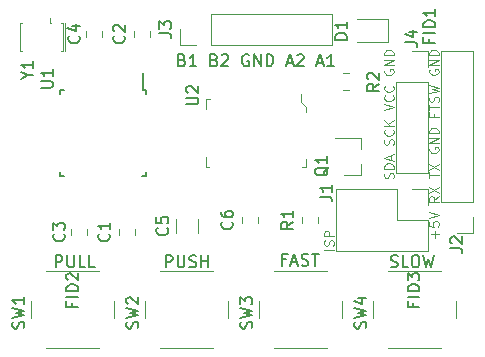
<source format=gto>
G04 #@! TF.GenerationSoftware,KiCad,Pcbnew,5.0.2-bee76a0~70~ubuntu16.04.1*
G04 #@! TF.CreationDate,2019-07-11T08:17:53+02:00*
G04 #@! TF.ProjectId,paste_dispenser,70617374-655f-4646-9973-70656e736572,rev?*
G04 #@! TF.SameCoordinates,PX3dfd240PY3dfd240*
G04 #@! TF.FileFunction,Legend,Top*
G04 #@! TF.FilePolarity,Positive*
%FSLAX46Y46*%
G04 Gerber Fmt 4.6, Leading zero omitted, Abs format (unit mm)*
G04 Created by KiCad (PCBNEW 5.0.2-bee76a0~70~ubuntu16.04.1) date Thu 11 Jul 2019 08:17:53 AM CEST*
%MOMM*%
%LPD*%
G01*
G04 APERTURE LIST*
%ADD10C,0.100000*%
%ADD11C,0.150000*%
%ADD12C,0.120000*%
%ADD13R,0.502000X3.302000*%
%ADD14R,1.802000X1.802000*%
%ADD15O,1.802000X1.802000*%
%ADD16C,1.077000*%
%ADD17C,2.540000*%
%ADD18R,1.002000X0.902000*%
%ADD19C,1.352000*%
%ADD20R,0.502000X1.102000*%
%ADD21C,2.102000*%
%ADD22R,0.652000X1.702000*%
%ADD23R,1.702000X0.652000*%
G04 APERTURE END LIST*
D10*
X27436904Y9375477D02*
X26636904Y9375477D01*
X27398809Y9718334D02*
X27436904Y9832620D01*
X27436904Y10023096D01*
X27398809Y10099286D01*
X27360714Y10137381D01*
X27284523Y10175477D01*
X27208333Y10175477D01*
X27132142Y10137381D01*
X27094047Y10099286D01*
X27055952Y10023096D01*
X27017857Y9870715D01*
X26979761Y9794524D01*
X26941666Y9756429D01*
X26865476Y9718334D01*
X26789285Y9718334D01*
X26713095Y9756429D01*
X26675000Y9794524D01*
X26636904Y9870715D01*
X26636904Y10061191D01*
X26675000Y10175477D01*
X27436904Y10518334D02*
X26636904Y10518334D01*
X26636904Y10823096D01*
X26675000Y10899286D01*
X26713095Y10937381D01*
X26789285Y10975477D01*
X26903571Y10975477D01*
X26979761Y10937381D01*
X27017857Y10899286D01*
X27055952Y10823096D01*
X27055952Y10518334D01*
X36022142Y10391477D02*
X36022142Y11001000D01*
X36326904Y10696239D02*
X35717380Y10696239D01*
X35526904Y11762905D02*
X35526904Y11381953D01*
X35907857Y11343858D01*
X35869761Y11381953D01*
X35831666Y11458143D01*
X35831666Y11648620D01*
X35869761Y11724810D01*
X35907857Y11762905D01*
X35984047Y11801000D01*
X36174523Y11801000D01*
X36250714Y11762905D01*
X36288809Y11724810D01*
X36326904Y11648620D01*
X36326904Y11458143D01*
X36288809Y11381953D01*
X36250714Y11343858D01*
X35526904Y12029572D02*
X36326904Y12296239D01*
X35526904Y12562905D01*
X36326904Y13896239D02*
X35945952Y13629572D01*
X36326904Y13439096D02*
X35526904Y13439096D01*
X35526904Y13743858D01*
X35565000Y13820048D01*
X35603095Y13858143D01*
X35679285Y13896239D01*
X35793571Y13896239D01*
X35869761Y13858143D01*
X35907857Y13820048D01*
X35945952Y13743858D01*
X35945952Y13439096D01*
X35526904Y14162905D02*
X36326904Y14696239D01*
X35526904Y14696239D02*
X36326904Y14162905D01*
X35526904Y15496239D02*
X35526904Y15953381D01*
X36326904Y15724810D02*
X35526904Y15724810D01*
X35526904Y16143858D02*
X36326904Y16677191D01*
X35526904Y16677191D02*
X36326904Y16143858D01*
X35565000Y18010524D02*
X35526904Y17934334D01*
X35526904Y17820048D01*
X35565000Y17705762D01*
X35641190Y17629572D01*
X35717380Y17591477D01*
X35869761Y17553381D01*
X35984047Y17553381D01*
X36136428Y17591477D01*
X36212619Y17629572D01*
X36288809Y17705762D01*
X36326904Y17820048D01*
X36326904Y17896239D01*
X36288809Y18010524D01*
X36250714Y18048620D01*
X35984047Y18048620D01*
X35984047Y17896239D01*
X36326904Y18391477D02*
X35526904Y18391477D01*
X36326904Y18848620D01*
X35526904Y18848620D01*
X36326904Y19229572D02*
X35526904Y19229572D01*
X35526904Y19420048D01*
X35565000Y19534334D01*
X35641190Y19610524D01*
X35717380Y19648620D01*
X35869761Y19686715D01*
X35984047Y19686715D01*
X36136428Y19648620D01*
X36212619Y19610524D01*
X36288809Y19534334D01*
X36326904Y19420048D01*
X36326904Y19229572D01*
X35907857Y20905762D02*
X35907857Y20639096D01*
X36326904Y20639096D02*
X35526904Y20639096D01*
X35526904Y21020048D01*
X35526904Y21210524D02*
X35526904Y21667667D01*
X36326904Y21439096D02*
X35526904Y21439096D01*
X36288809Y21896239D02*
X36326904Y22010524D01*
X36326904Y22201000D01*
X36288809Y22277191D01*
X36250714Y22315286D01*
X36174523Y22353381D01*
X36098333Y22353381D01*
X36022142Y22315286D01*
X35984047Y22277191D01*
X35945952Y22201000D01*
X35907857Y22048620D01*
X35869761Y21972429D01*
X35831666Y21934334D01*
X35755476Y21896239D01*
X35679285Y21896239D01*
X35603095Y21934334D01*
X35565000Y21972429D01*
X35526904Y22048620D01*
X35526904Y22239096D01*
X35565000Y22353381D01*
X35526904Y22620048D02*
X36326904Y22810524D01*
X35755476Y22962905D01*
X36326904Y23115286D01*
X35526904Y23305762D01*
X35565000Y24639096D02*
X35526904Y24562905D01*
X35526904Y24448620D01*
X35565000Y24334334D01*
X35641190Y24258143D01*
X35717380Y24220048D01*
X35869761Y24181953D01*
X35984047Y24181953D01*
X36136428Y24220048D01*
X36212619Y24258143D01*
X36288809Y24334334D01*
X36326904Y24448620D01*
X36326904Y24524810D01*
X36288809Y24639096D01*
X36250714Y24677191D01*
X35984047Y24677191D01*
X35984047Y24524810D01*
X36326904Y25020048D02*
X35526904Y25020048D01*
X36326904Y25477191D01*
X35526904Y25477191D01*
X36326904Y25858143D02*
X35526904Y25858143D01*
X35526904Y26048620D01*
X35565000Y26162905D01*
X35641190Y26239096D01*
X35717380Y26277191D01*
X35869761Y26315286D01*
X35984047Y26315286D01*
X36136428Y26277191D01*
X36212619Y26239096D01*
X36288809Y26162905D01*
X36326904Y26048620D01*
X36326904Y25858143D01*
D11*
X14613904Y25447429D02*
X14756761Y25399810D01*
X14804380Y25352191D01*
X14852000Y25256953D01*
X14852000Y25114096D01*
X14804380Y25018858D01*
X14756761Y24971239D01*
X14661523Y24923620D01*
X14280571Y24923620D01*
X14280571Y25923620D01*
X14613904Y25923620D01*
X14709142Y25876000D01*
X14756761Y25828381D01*
X14804380Y25733143D01*
X14804380Y25637905D01*
X14756761Y25542667D01*
X14709142Y25495048D01*
X14613904Y25447429D01*
X14280571Y25447429D01*
X15804380Y24923620D02*
X15232952Y24923620D01*
X15518666Y24923620D02*
X15518666Y25923620D01*
X15423428Y25780762D01*
X15328190Y25685524D01*
X15232952Y25637905D01*
X17328190Y25447429D02*
X17471047Y25399810D01*
X17518666Y25352191D01*
X17566285Y25256953D01*
X17566285Y25114096D01*
X17518666Y25018858D01*
X17471047Y24971239D01*
X17375809Y24923620D01*
X16994857Y24923620D01*
X16994857Y25923620D01*
X17328190Y25923620D01*
X17423428Y25876000D01*
X17471047Y25828381D01*
X17518666Y25733143D01*
X17518666Y25637905D01*
X17471047Y25542667D01*
X17423428Y25495048D01*
X17328190Y25447429D01*
X16994857Y25447429D01*
X17947238Y25828381D02*
X17994857Y25876000D01*
X18090095Y25923620D01*
X18328190Y25923620D01*
X18423428Y25876000D01*
X18471047Y25828381D01*
X18518666Y25733143D01*
X18518666Y25637905D01*
X18471047Y25495048D01*
X17899619Y24923620D01*
X18518666Y24923620D01*
X20232952Y25876000D02*
X20137714Y25923620D01*
X19994857Y25923620D01*
X19852000Y25876000D01*
X19756761Y25780762D01*
X19709142Y25685524D01*
X19661523Y25495048D01*
X19661523Y25352191D01*
X19709142Y25161715D01*
X19756761Y25066477D01*
X19852000Y24971239D01*
X19994857Y24923620D01*
X20090095Y24923620D01*
X20232952Y24971239D01*
X20280571Y25018858D01*
X20280571Y25352191D01*
X20090095Y25352191D01*
X20709142Y24923620D02*
X20709142Y25923620D01*
X21280571Y24923620D01*
X21280571Y25923620D01*
X21756761Y24923620D02*
X21756761Y25923620D01*
X21994857Y25923620D01*
X22137714Y25876000D01*
X22232952Y25780762D01*
X22280571Y25685524D01*
X22328190Y25495048D01*
X22328190Y25352191D01*
X22280571Y25161715D01*
X22232952Y25066477D01*
X22137714Y24971239D01*
X21994857Y24923620D01*
X21756761Y24923620D01*
X23471047Y25209334D02*
X23947238Y25209334D01*
X23375809Y24923620D02*
X23709142Y25923620D01*
X24042476Y24923620D01*
X24328190Y25828381D02*
X24375809Y25876000D01*
X24471047Y25923620D01*
X24709142Y25923620D01*
X24804380Y25876000D01*
X24852000Y25828381D01*
X24899619Y25733143D01*
X24899619Y25637905D01*
X24852000Y25495048D01*
X24280571Y24923620D01*
X24899619Y24923620D01*
X26042476Y25209334D02*
X26518666Y25209334D01*
X25947238Y24923620D02*
X26280571Y25923620D01*
X26613904Y24923620D01*
X27471047Y24923620D02*
X26899619Y24923620D01*
X27185333Y24923620D02*
X27185333Y25923620D01*
X27090095Y25780762D01*
X26994857Y25685524D01*
X26899619Y25637905D01*
D10*
X32478809Y15433381D02*
X32516904Y15547667D01*
X32516904Y15738143D01*
X32478809Y15814334D01*
X32440714Y15852429D01*
X32364523Y15890524D01*
X32288333Y15890524D01*
X32212142Y15852429D01*
X32174047Y15814334D01*
X32135952Y15738143D01*
X32097857Y15585762D01*
X32059761Y15509572D01*
X32021666Y15471477D01*
X31945476Y15433381D01*
X31869285Y15433381D01*
X31793095Y15471477D01*
X31755000Y15509572D01*
X31716904Y15585762D01*
X31716904Y15776239D01*
X31755000Y15890524D01*
X32516904Y16233381D02*
X31716904Y16233381D01*
X31716904Y16423858D01*
X31755000Y16538143D01*
X31831190Y16614334D01*
X31907380Y16652429D01*
X32059761Y16690524D01*
X32174047Y16690524D01*
X32326428Y16652429D01*
X32402619Y16614334D01*
X32478809Y16538143D01*
X32516904Y16423858D01*
X32516904Y16233381D01*
X32288333Y16995286D02*
X32288333Y17376239D01*
X32516904Y16919096D02*
X31716904Y17185762D01*
X32516904Y17452429D01*
X32478809Y18290524D02*
X32516904Y18404810D01*
X32516904Y18595286D01*
X32478809Y18671477D01*
X32440714Y18709572D01*
X32364523Y18747667D01*
X32288333Y18747667D01*
X32212142Y18709572D01*
X32174047Y18671477D01*
X32135952Y18595286D01*
X32097857Y18442905D01*
X32059761Y18366715D01*
X32021666Y18328620D01*
X31945476Y18290524D01*
X31869285Y18290524D01*
X31793095Y18328620D01*
X31755000Y18366715D01*
X31716904Y18442905D01*
X31716904Y18633381D01*
X31755000Y18747667D01*
X32440714Y19547667D02*
X32478809Y19509572D01*
X32516904Y19395286D01*
X32516904Y19319096D01*
X32478809Y19204810D01*
X32402619Y19128620D01*
X32326428Y19090524D01*
X32174047Y19052429D01*
X32059761Y19052429D01*
X31907380Y19090524D01*
X31831190Y19128620D01*
X31755000Y19204810D01*
X31716904Y19319096D01*
X31716904Y19395286D01*
X31755000Y19509572D01*
X31793095Y19547667D01*
X32516904Y19890524D02*
X31716904Y19890524D01*
X32516904Y20347667D02*
X32059761Y20004810D01*
X31716904Y20347667D02*
X32174047Y19890524D01*
X31716904Y21185762D02*
X32516904Y21452429D01*
X31716904Y21719096D01*
X32440714Y22442905D02*
X32478809Y22404810D01*
X32516904Y22290524D01*
X32516904Y22214334D01*
X32478809Y22100048D01*
X32402619Y22023858D01*
X32326428Y21985762D01*
X32174047Y21947667D01*
X32059761Y21947667D01*
X31907380Y21985762D01*
X31831190Y22023858D01*
X31755000Y22100048D01*
X31716904Y22214334D01*
X31716904Y22290524D01*
X31755000Y22404810D01*
X31793095Y22442905D01*
X32440714Y23242905D02*
X32478809Y23204810D01*
X32516904Y23090524D01*
X32516904Y23014334D01*
X32478809Y22900048D01*
X32402619Y22823858D01*
X32326428Y22785762D01*
X32174047Y22747667D01*
X32059761Y22747667D01*
X31907380Y22785762D01*
X31831190Y22823858D01*
X31755000Y22900048D01*
X31716904Y23014334D01*
X31716904Y23090524D01*
X31755000Y23204810D01*
X31793095Y23242905D01*
X31755000Y24614334D02*
X31716904Y24538143D01*
X31716904Y24423858D01*
X31755000Y24309572D01*
X31831190Y24233381D01*
X31907380Y24195286D01*
X32059761Y24157191D01*
X32174047Y24157191D01*
X32326428Y24195286D01*
X32402619Y24233381D01*
X32478809Y24309572D01*
X32516904Y24423858D01*
X32516904Y24500048D01*
X32478809Y24614334D01*
X32440714Y24652429D01*
X32174047Y24652429D01*
X32174047Y24500048D01*
X32516904Y24995286D02*
X31716904Y24995286D01*
X32516904Y25452429D01*
X31716904Y25452429D01*
X32516904Y25833381D02*
X31716904Y25833381D01*
X31716904Y26023858D01*
X31755000Y26138143D01*
X31831190Y26214334D01*
X31907380Y26252429D01*
X32059761Y26290524D01*
X32174047Y26290524D01*
X32326428Y26252429D01*
X32402619Y26214334D01*
X32478809Y26138143D01*
X32516904Y26023858D01*
X32516904Y25833381D01*
D11*
X23392142Y8556429D02*
X23058809Y8556429D01*
X23058809Y8032620D02*
X23058809Y9032620D01*
X23535000Y9032620D01*
X23868333Y8318334D02*
X24344523Y8318334D01*
X23773095Y8032620D02*
X24106428Y9032620D01*
X24439761Y8032620D01*
X24725476Y8080239D02*
X24868333Y8032620D01*
X25106428Y8032620D01*
X25201666Y8080239D01*
X25249285Y8127858D01*
X25296904Y8223096D01*
X25296904Y8318334D01*
X25249285Y8413572D01*
X25201666Y8461191D01*
X25106428Y8508810D01*
X24915952Y8556429D01*
X24820714Y8604048D01*
X24773095Y8651667D01*
X24725476Y8746905D01*
X24725476Y8842143D01*
X24773095Y8937381D01*
X24820714Y8985000D01*
X24915952Y9032620D01*
X25154047Y9032620D01*
X25296904Y8985000D01*
X25582619Y9032620D02*
X26154047Y9032620D01*
X25868333Y8032620D02*
X25868333Y9032620D01*
X32274285Y7953239D02*
X32417142Y7905620D01*
X32655238Y7905620D01*
X32750476Y7953239D01*
X32798095Y8000858D01*
X32845714Y8096096D01*
X32845714Y8191334D01*
X32798095Y8286572D01*
X32750476Y8334191D01*
X32655238Y8381810D01*
X32464761Y8429429D01*
X32369523Y8477048D01*
X32321904Y8524667D01*
X32274285Y8619905D01*
X32274285Y8715143D01*
X32321904Y8810381D01*
X32369523Y8858000D01*
X32464761Y8905620D01*
X32702857Y8905620D01*
X32845714Y8858000D01*
X33750476Y7905620D02*
X33274285Y7905620D01*
X33274285Y8905620D01*
X34274285Y8905620D02*
X34464761Y8905620D01*
X34560000Y8858000D01*
X34655238Y8762762D01*
X34702857Y8572286D01*
X34702857Y8238953D01*
X34655238Y8048477D01*
X34560000Y7953239D01*
X34464761Y7905620D01*
X34274285Y7905620D01*
X34179047Y7953239D01*
X34083809Y8048477D01*
X34036190Y8238953D01*
X34036190Y8572286D01*
X34083809Y8762762D01*
X34179047Y8858000D01*
X34274285Y8905620D01*
X35036190Y8905620D02*
X35274285Y7905620D01*
X35464761Y8619905D01*
X35655238Y7905620D01*
X35893333Y8905620D01*
X13224285Y7905620D02*
X13224285Y8905620D01*
X13605238Y8905620D01*
X13700476Y8858000D01*
X13748095Y8810381D01*
X13795714Y8715143D01*
X13795714Y8572286D01*
X13748095Y8477048D01*
X13700476Y8429429D01*
X13605238Y8381810D01*
X13224285Y8381810D01*
X14224285Y8905620D02*
X14224285Y8096096D01*
X14271904Y8000858D01*
X14319523Y7953239D01*
X14414761Y7905620D01*
X14605238Y7905620D01*
X14700476Y7953239D01*
X14748095Y8000858D01*
X14795714Y8096096D01*
X14795714Y8905620D01*
X15224285Y7953239D02*
X15367142Y7905620D01*
X15605238Y7905620D01*
X15700476Y7953239D01*
X15748095Y8000858D01*
X15795714Y8096096D01*
X15795714Y8191334D01*
X15748095Y8286572D01*
X15700476Y8334191D01*
X15605238Y8381810D01*
X15414761Y8429429D01*
X15319523Y8477048D01*
X15271904Y8524667D01*
X15224285Y8619905D01*
X15224285Y8715143D01*
X15271904Y8810381D01*
X15319523Y8858000D01*
X15414761Y8905620D01*
X15652857Y8905620D01*
X15795714Y8858000D01*
X16224285Y7905620D02*
X16224285Y8905620D01*
X16224285Y8429429D02*
X16795714Y8429429D01*
X16795714Y7905620D02*
X16795714Y8905620D01*
X3889761Y7905620D02*
X3889761Y8905620D01*
X4270714Y8905620D01*
X4365952Y8858000D01*
X4413571Y8810381D01*
X4461190Y8715143D01*
X4461190Y8572286D01*
X4413571Y8477048D01*
X4365952Y8429429D01*
X4270714Y8381810D01*
X3889761Y8381810D01*
X4889761Y8905620D02*
X4889761Y8096096D01*
X4937380Y8000858D01*
X4985000Y7953239D01*
X5080238Y7905620D01*
X5270714Y7905620D01*
X5365952Y7953239D01*
X5413571Y8000858D01*
X5461190Y8096096D01*
X5461190Y8905620D01*
X6413571Y7905620D02*
X5937380Y7905620D01*
X5937380Y8905620D01*
X7223095Y7905620D02*
X6746904Y7905620D01*
X6746904Y8905620D01*
D12*
G04 #@! TO.C,Y1*
X891000Y26208000D02*
X891000Y28208000D01*
X4491000Y28208000D02*
X4491000Y26208000D01*
X3441000Y28608000D02*
X3441000Y29008000D01*
X4691000Y26208000D02*
X4691000Y28208000D01*
X891000Y28208000D02*
X891000Y28608000D01*
X4491000Y28208000D02*
X4491000Y28608000D01*
X4691000Y28208000D02*
X4691000Y28608000D01*
X4491000Y26208000D02*
X4341000Y26208000D01*
X4491000Y28608000D02*
X4341000Y28608000D01*
X3441000Y28608000D02*
X3491000Y28608000D01*
X891000Y28608000D02*
X1041000Y28608000D01*
X891000Y26208000D02*
X1041000Y26208000D01*
G04 #@! TO.C,J2*
X39200000Y26198000D02*
X36540000Y26198000D01*
X39200000Y13438000D02*
X39200000Y26198000D01*
X36540000Y13438000D02*
X36540000Y26198000D01*
X39200000Y13438000D02*
X36540000Y13438000D01*
X39200000Y12168000D02*
X39200000Y10838000D01*
X39200000Y10838000D02*
X37870000Y10838000D01*
G04 #@! TO.C,C4*
X6426000Y27403422D02*
X6426000Y27920578D01*
X7846000Y27403422D02*
X7846000Y27920578D01*
G04 #@! TO.C,Q1*
X29740000Y15668000D02*
X29740000Y16598000D01*
X29740000Y18828000D02*
X29740000Y17898000D01*
X29740000Y18828000D02*
X27580000Y18828000D01*
X29740000Y15668000D02*
X28280000Y15668000D01*
G04 #@! TO.C,C5*
X15920000Y12008064D02*
X15920000Y10803936D01*
X14100000Y12008064D02*
X14100000Y10803936D01*
D10*
G04 #@! TO.C,U2*
X16902000Y16380000D02*
X16602000Y16380000D01*
X16602000Y16380000D02*
X16602000Y17230000D01*
X16952000Y22180000D02*
X16602000Y22180000D01*
X16602000Y22180000D02*
X16602000Y21330000D01*
X24752000Y16380000D02*
X25102000Y16380000D01*
X25102000Y16380000D02*
X25102000Y17080000D01*
X24652000Y22530000D02*
X24652000Y21980000D01*
X24652000Y21980000D02*
X24652000Y21930000D01*
X24652000Y21930000D02*
X25102000Y21480000D01*
X25102000Y21480000D02*
X25102000Y21080000D01*
D12*
G04 #@! TO.C,C6*
X21054000Y12172578D02*
X21054000Y11655422D01*
X19634000Y12172578D02*
X19634000Y11655422D01*
G04 #@! TO.C,J3*
X27262000Y26713000D02*
X27262000Y29373000D01*
X17042000Y26713000D02*
X27262000Y26713000D01*
X17042000Y29373000D02*
X27262000Y29373000D01*
X17042000Y26713000D02*
X17042000Y29373000D01*
X15772000Y26713000D02*
X14442000Y26713000D01*
X14442000Y26713000D02*
X14442000Y28043000D01*
G04 #@! TO.C,J1*
X27650000Y14514000D02*
X27650000Y9314000D01*
X32790000Y14514000D02*
X27650000Y14514000D01*
X35390000Y9314000D02*
X27650000Y9314000D01*
X32790000Y14514000D02*
X32790000Y11914000D01*
X32790000Y11914000D02*
X35390000Y11914000D01*
X35390000Y11914000D02*
X35390000Y9314000D01*
X34060000Y14514000D02*
X35390000Y14514000D01*
X35390000Y14514000D02*
X35390000Y13184000D01*
G04 #@! TO.C,J4*
X32730000Y23598000D02*
X35390000Y23598000D01*
X32730000Y23598000D02*
X32730000Y15918000D01*
X32730000Y15918000D02*
X35390000Y15918000D01*
X35390000Y23598000D02*
X35390000Y15918000D01*
X35390000Y26198000D02*
X35390000Y24868000D01*
X34060000Y26198000D02*
X35390000Y26198000D01*
G04 #@! TO.C,SW4*
X37762000Y3580000D02*
X37762000Y5080000D01*
X36512000Y7580000D02*
X32012000Y7580000D01*
X30762000Y5080000D02*
X30762000Y3580000D01*
X32012000Y1080000D02*
X36512000Y1080000D01*
G04 #@! TO.C,SW3*
X22360000Y1080000D02*
X26860000Y1080000D01*
X21110000Y5080000D02*
X21110000Y3580000D01*
X26860000Y7580000D02*
X22360000Y7580000D01*
X28110000Y3580000D02*
X28110000Y5080000D01*
G04 #@! TO.C,C3*
X6576000Y11156578D02*
X6576000Y10639422D01*
X5156000Y11156578D02*
X5156000Y10639422D01*
D11*
G04 #@! TO.C,U1*
X11523000Y22905000D02*
X11298000Y22905000D01*
X11523000Y15655000D02*
X11198000Y15655000D01*
X4273000Y15655000D02*
X4598000Y15655000D01*
X4273000Y22905000D02*
X4598000Y22905000D01*
X11523000Y22905000D02*
X11523000Y22580000D01*
X4273000Y22905000D02*
X4273000Y22580000D01*
X4273000Y15655000D02*
X4273000Y15980000D01*
X11523000Y15655000D02*
X11523000Y15980000D01*
X11298000Y22905000D02*
X11298000Y24330000D01*
D12*
G04 #@! TO.C,D1*
X29377000Y26956000D02*
X32062000Y26956000D01*
X32062000Y26956000D02*
X32062000Y28876000D01*
X32062000Y28876000D02*
X29377000Y28876000D01*
G04 #@! TO.C,C1*
X10640000Y11156578D02*
X10640000Y10639422D01*
X9220000Y11156578D02*
X9220000Y10639422D01*
G04 #@! TO.C,C2*
X10490000Y27920578D02*
X10490000Y27403422D01*
X11910000Y27920578D02*
X11910000Y27403422D01*
G04 #@! TO.C,R1*
X24714000Y12172578D02*
X24714000Y11655422D01*
X26134000Y12172578D02*
X26134000Y11655422D01*
G04 #@! TO.C,R2*
X28213422Y24308000D02*
X28730578Y24308000D01*
X28213422Y22888000D02*
X28730578Y22888000D01*
G04 #@! TO.C,SW1*
X8806000Y3580000D02*
X8806000Y5080000D01*
X7556000Y7580000D02*
X3056000Y7580000D01*
X1806000Y5080000D02*
X1806000Y3580000D01*
X3056000Y1080000D02*
X7556000Y1080000D01*
G04 #@! TO.C,SW2*
X12708000Y1080000D02*
X17208000Y1080000D01*
X11458000Y5080000D02*
X11458000Y3580000D01*
X17208000Y7580000D02*
X12708000Y7580000D01*
X18458000Y3580000D02*
X18458000Y5080000D01*
G04 #@! TO.C,Y1*
D11*
X1524190Y24137810D02*
X2000380Y24137810D01*
X1000380Y23804477D02*
X1524190Y24137810D01*
X1000380Y24471143D01*
X2000380Y25328286D02*
X2000380Y24756858D01*
X2000380Y25042572D02*
X1000380Y25042572D01*
X1143238Y24947334D01*
X1238476Y24852096D01*
X1286095Y24756858D01*
G04 #@! TO.C,J2*
X37322380Y9504667D02*
X38036666Y9504667D01*
X38179523Y9457048D01*
X38274761Y9361810D01*
X38322380Y9218953D01*
X38322380Y9123715D01*
X37417619Y9933239D02*
X37370000Y9980858D01*
X37322380Y10076096D01*
X37322380Y10314191D01*
X37370000Y10409429D01*
X37417619Y10457048D01*
X37512857Y10504667D01*
X37608095Y10504667D01*
X37750952Y10457048D01*
X38322380Y9885620D01*
X38322380Y10504667D01*
G04 #@! TO.C,C4*
X5843142Y27495334D02*
X5890761Y27447715D01*
X5938380Y27304858D01*
X5938380Y27209620D01*
X5890761Y27066762D01*
X5795523Y26971524D01*
X5700285Y26923905D01*
X5509809Y26876286D01*
X5366952Y26876286D01*
X5176476Y26923905D01*
X5081238Y26971524D01*
X4986000Y27066762D01*
X4938380Y27209620D01*
X4938380Y27304858D01*
X4986000Y27447715D01*
X5033619Y27495334D01*
X5271714Y28352477D02*
X5938380Y28352477D01*
X4890761Y28114381D02*
X5605047Y27876286D01*
X5605047Y28495334D01*
G04 #@! TO.C,FID3*
X34179071Y4873572D02*
X34179071Y4540239D01*
X34702880Y4540239D02*
X33702880Y4540239D01*
X33702880Y5016429D01*
X34702880Y5397381D02*
X33702880Y5397381D01*
X34702880Y5873572D02*
X33702880Y5873572D01*
X33702880Y6111667D01*
X33750500Y6254524D01*
X33845738Y6349762D01*
X33940976Y6397381D01*
X34131452Y6445000D01*
X34274309Y6445000D01*
X34464785Y6397381D01*
X34560023Y6349762D01*
X34655261Y6254524D01*
X34702880Y6111667D01*
X34702880Y5873572D01*
X33702880Y6778334D02*
X33702880Y7397381D01*
X34083833Y7064048D01*
X34083833Y7206905D01*
X34131452Y7302143D01*
X34179071Y7349762D01*
X34274309Y7397381D01*
X34512404Y7397381D01*
X34607642Y7349762D01*
X34655261Y7302143D01*
X34702880Y7206905D01*
X34702880Y6921191D01*
X34655261Y6825953D01*
X34607642Y6778334D01*
G04 #@! TO.C,FID2*
X5286571Y4873572D02*
X5286571Y4540239D01*
X5810380Y4540239D02*
X4810380Y4540239D01*
X4810380Y5016429D01*
X5810380Y5397381D02*
X4810380Y5397381D01*
X5810380Y5873572D02*
X4810380Y5873572D01*
X4810380Y6111667D01*
X4858000Y6254524D01*
X4953238Y6349762D01*
X5048476Y6397381D01*
X5238952Y6445000D01*
X5381809Y6445000D01*
X5572285Y6397381D01*
X5667523Y6349762D01*
X5762761Y6254524D01*
X5810380Y6111667D01*
X5810380Y5873572D01*
X4905619Y6825953D02*
X4858000Y6873572D01*
X4810380Y6968810D01*
X4810380Y7206905D01*
X4858000Y7302143D01*
X4905619Y7349762D01*
X5000857Y7397381D01*
X5096095Y7397381D01*
X5238952Y7349762D01*
X5810380Y6778334D01*
X5810380Y7397381D01*
G04 #@! TO.C,FID1*
X35512571Y27225572D02*
X35512571Y26892239D01*
X36036380Y26892239D02*
X35036380Y26892239D01*
X35036380Y27368429D01*
X36036380Y27749381D02*
X35036380Y27749381D01*
X36036380Y28225572D02*
X35036380Y28225572D01*
X35036380Y28463667D01*
X35084000Y28606524D01*
X35179238Y28701762D01*
X35274476Y28749381D01*
X35464952Y28797000D01*
X35607809Y28797000D01*
X35798285Y28749381D01*
X35893523Y28701762D01*
X35988761Y28606524D01*
X36036380Y28463667D01*
X36036380Y28225572D01*
X36036380Y29749381D02*
X36036380Y29177953D01*
X36036380Y29463667D02*
X35036380Y29463667D01*
X35179238Y29368429D01*
X35274476Y29273191D01*
X35322095Y29177953D01*
G04 #@! TO.C,Q1*
X26987619Y16390762D02*
X26940000Y16295524D01*
X26844761Y16200286D01*
X26701904Y16057429D01*
X26654285Y15962191D01*
X26654285Y15866953D01*
X26892380Y15914572D02*
X26844761Y15819334D01*
X26749523Y15724096D01*
X26559047Y15676477D01*
X26225714Y15676477D01*
X26035238Y15724096D01*
X25940000Y15819334D01*
X25892380Y15914572D01*
X25892380Y16105048D01*
X25940000Y16200286D01*
X26035238Y16295524D01*
X26225714Y16343143D01*
X26559047Y16343143D01*
X26749523Y16295524D01*
X26844761Y16200286D01*
X26892380Y16105048D01*
X26892380Y15914572D01*
X26892380Y17295524D02*
X26892380Y16724096D01*
X26892380Y17009810D02*
X25892380Y17009810D01*
X26035238Y16914572D01*
X26130476Y16819334D01*
X26178095Y16724096D01*
G04 #@! TO.C,C5*
X13335142Y11239334D02*
X13382761Y11191715D01*
X13430380Y11048858D01*
X13430380Y10953620D01*
X13382761Y10810762D01*
X13287523Y10715524D01*
X13192285Y10667905D01*
X13001809Y10620286D01*
X12858952Y10620286D01*
X12668476Y10667905D01*
X12573238Y10715524D01*
X12478000Y10810762D01*
X12430380Y10953620D01*
X12430380Y11048858D01*
X12478000Y11191715D01*
X12525619Y11239334D01*
X12430380Y12144096D02*
X12430380Y11667905D01*
X12906571Y11620286D01*
X12858952Y11667905D01*
X12811333Y11763143D01*
X12811333Y12001239D01*
X12858952Y12096477D01*
X12906571Y12144096D01*
X13001809Y12191715D01*
X13239904Y12191715D01*
X13335142Y12144096D01*
X13382761Y12096477D01*
X13430380Y12001239D01*
X13430380Y11763143D01*
X13382761Y11667905D01*
X13335142Y11620286D01*
G04 #@! TO.C,U2*
X14970380Y21693096D02*
X15779904Y21693096D01*
X15875142Y21740715D01*
X15922761Y21788334D01*
X15970380Y21883572D01*
X15970380Y22074048D01*
X15922761Y22169286D01*
X15875142Y22216905D01*
X15779904Y22264524D01*
X14970380Y22264524D01*
X15065619Y22693096D02*
X15018000Y22740715D01*
X14970380Y22835953D01*
X14970380Y23074048D01*
X15018000Y23169286D01*
X15065619Y23216905D01*
X15160857Y23264524D01*
X15256095Y23264524D01*
X15398952Y23216905D01*
X15970380Y22645477D01*
X15970380Y23264524D01*
G04 #@! TO.C,C6*
X18796142Y11747334D02*
X18843761Y11699715D01*
X18891380Y11556858D01*
X18891380Y11461620D01*
X18843761Y11318762D01*
X18748523Y11223524D01*
X18653285Y11175905D01*
X18462809Y11128286D01*
X18319952Y11128286D01*
X18129476Y11175905D01*
X18034238Y11223524D01*
X17939000Y11318762D01*
X17891380Y11461620D01*
X17891380Y11556858D01*
X17939000Y11699715D01*
X17986619Y11747334D01*
X17891380Y12604477D02*
X17891380Y12414000D01*
X17939000Y12318762D01*
X17986619Y12271143D01*
X18129476Y12175905D01*
X18319952Y12128286D01*
X18700904Y12128286D01*
X18796142Y12175905D01*
X18843761Y12223524D01*
X18891380Y12318762D01*
X18891380Y12509239D01*
X18843761Y12604477D01*
X18796142Y12652096D01*
X18700904Y12699715D01*
X18462809Y12699715D01*
X18367571Y12652096D01*
X18319952Y12604477D01*
X18272333Y12509239D01*
X18272333Y12318762D01*
X18319952Y12223524D01*
X18367571Y12175905D01*
X18462809Y12128286D01*
G04 #@! TO.C,J3*
X12684380Y27709667D02*
X13398666Y27709667D01*
X13541523Y27662048D01*
X13636761Y27566810D01*
X13684380Y27423953D01*
X13684380Y27328715D01*
X12684380Y28090620D02*
X12684380Y28709667D01*
X13065333Y28376334D01*
X13065333Y28519191D01*
X13112952Y28614429D01*
X13160571Y28662048D01*
X13255809Y28709667D01*
X13493904Y28709667D01*
X13589142Y28662048D01*
X13636761Y28614429D01*
X13684380Y28519191D01*
X13684380Y28233477D01*
X13636761Y28138239D01*
X13589142Y28090620D01*
G04 #@! TO.C,J1*
X26273380Y13866667D02*
X26987666Y13866667D01*
X27130523Y13819048D01*
X27225761Y13723810D01*
X27273380Y13580953D01*
X27273380Y13485715D01*
X27273380Y14866667D02*
X27273380Y14295239D01*
X27273380Y14580953D02*
X26273380Y14580953D01*
X26416238Y14485715D01*
X26511476Y14390477D01*
X26559095Y14295239D01*
G04 #@! TO.C,J4*
X33512380Y26947667D02*
X34226666Y26947667D01*
X34369523Y26900048D01*
X34464761Y26804810D01*
X34512380Y26661953D01*
X34512380Y26566715D01*
X33845714Y27852429D02*
X34512380Y27852429D01*
X33464761Y27614334D02*
X34179047Y27376239D01*
X34179047Y27995286D01*
G04 #@! TO.C,SW4*
X30146761Y2706667D02*
X30194380Y2849524D01*
X30194380Y3087620D01*
X30146761Y3182858D01*
X30099142Y3230477D01*
X30003904Y3278096D01*
X29908666Y3278096D01*
X29813428Y3230477D01*
X29765809Y3182858D01*
X29718190Y3087620D01*
X29670571Y2897143D01*
X29622952Y2801905D01*
X29575333Y2754286D01*
X29480095Y2706667D01*
X29384857Y2706667D01*
X29289619Y2754286D01*
X29242000Y2801905D01*
X29194380Y2897143D01*
X29194380Y3135239D01*
X29242000Y3278096D01*
X29194380Y3611429D02*
X30194380Y3849524D01*
X29480095Y4040000D01*
X30194380Y4230477D01*
X29194380Y4468572D01*
X29527714Y5278096D02*
X30194380Y5278096D01*
X29146761Y5040000D02*
X29861047Y4801905D01*
X29861047Y5420953D01*
G04 #@! TO.C,SW3*
X20494761Y2706667D02*
X20542380Y2849524D01*
X20542380Y3087620D01*
X20494761Y3182858D01*
X20447142Y3230477D01*
X20351904Y3278096D01*
X20256666Y3278096D01*
X20161428Y3230477D01*
X20113809Y3182858D01*
X20066190Y3087620D01*
X20018571Y2897143D01*
X19970952Y2801905D01*
X19923333Y2754286D01*
X19828095Y2706667D01*
X19732857Y2706667D01*
X19637619Y2754286D01*
X19590000Y2801905D01*
X19542380Y2897143D01*
X19542380Y3135239D01*
X19590000Y3278096D01*
X19542380Y3611429D02*
X20542380Y3849524D01*
X19828095Y4040000D01*
X20542380Y4230477D01*
X19542380Y4468572D01*
X19542380Y4754286D02*
X19542380Y5373334D01*
X19923333Y5040000D01*
X19923333Y5182858D01*
X19970952Y5278096D01*
X20018571Y5325715D01*
X20113809Y5373334D01*
X20351904Y5373334D01*
X20447142Y5325715D01*
X20494761Y5278096D01*
X20542380Y5182858D01*
X20542380Y4897143D01*
X20494761Y4801905D01*
X20447142Y4754286D01*
G04 #@! TO.C,C3*
X4572142Y10731334D02*
X4619761Y10683715D01*
X4667380Y10540858D01*
X4667380Y10445620D01*
X4619761Y10302762D01*
X4524523Y10207524D01*
X4429285Y10159905D01*
X4238809Y10112286D01*
X4095952Y10112286D01*
X3905476Y10159905D01*
X3810238Y10207524D01*
X3715000Y10302762D01*
X3667380Y10445620D01*
X3667380Y10540858D01*
X3715000Y10683715D01*
X3762619Y10731334D01*
X3667380Y11064667D02*
X3667380Y11683715D01*
X4048333Y11350381D01*
X4048333Y11493239D01*
X4095952Y11588477D01*
X4143571Y11636096D01*
X4238809Y11683715D01*
X4476904Y11683715D01*
X4572142Y11636096D01*
X4619761Y11588477D01*
X4667380Y11493239D01*
X4667380Y11207524D01*
X4619761Y11112286D01*
X4572142Y11064667D01*
G04 #@! TO.C,U1*
X2651380Y23090096D02*
X3460904Y23090096D01*
X3556142Y23137715D01*
X3603761Y23185334D01*
X3651380Y23280572D01*
X3651380Y23471048D01*
X3603761Y23566286D01*
X3556142Y23613905D01*
X3460904Y23661524D01*
X2651380Y23661524D01*
X3651380Y24661524D02*
X3651380Y24090096D01*
X3651380Y24375810D02*
X2651380Y24375810D01*
X2794238Y24280572D01*
X2889476Y24185334D01*
X2937095Y24090096D01*
G04 #@! TO.C,D1*
X28543380Y27177905D02*
X27543380Y27177905D01*
X27543380Y27416000D01*
X27591000Y27558858D01*
X27686238Y27654096D01*
X27781476Y27701715D01*
X27971952Y27749334D01*
X28114809Y27749334D01*
X28305285Y27701715D01*
X28400523Y27654096D01*
X28495761Y27558858D01*
X28543380Y27416000D01*
X28543380Y27177905D01*
X28543380Y28701715D02*
X28543380Y28130286D01*
X28543380Y28416000D02*
X27543380Y28416000D01*
X27686238Y28320762D01*
X27781476Y28225524D01*
X27829095Y28130286D01*
G04 #@! TO.C,C1*
X8382142Y10731334D02*
X8429761Y10683715D01*
X8477380Y10540858D01*
X8477380Y10445620D01*
X8429761Y10302762D01*
X8334523Y10207524D01*
X8239285Y10159905D01*
X8048809Y10112286D01*
X7905952Y10112286D01*
X7715476Y10159905D01*
X7620238Y10207524D01*
X7525000Y10302762D01*
X7477380Y10445620D01*
X7477380Y10540858D01*
X7525000Y10683715D01*
X7572619Y10731334D01*
X8477380Y11683715D02*
X8477380Y11112286D01*
X8477380Y11398000D02*
X7477380Y11398000D01*
X7620238Y11302762D01*
X7715476Y11207524D01*
X7763095Y11112286D01*
G04 #@! TO.C,C2*
X9652142Y27495334D02*
X9699761Y27447715D01*
X9747380Y27304858D01*
X9747380Y27209620D01*
X9699761Y27066762D01*
X9604523Y26971524D01*
X9509285Y26923905D01*
X9318809Y26876286D01*
X9175952Y26876286D01*
X8985476Y26923905D01*
X8890238Y26971524D01*
X8795000Y27066762D01*
X8747380Y27209620D01*
X8747380Y27304858D01*
X8795000Y27447715D01*
X8842619Y27495334D01*
X8842619Y27876286D02*
X8795000Y27923905D01*
X8747380Y28019143D01*
X8747380Y28257239D01*
X8795000Y28352477D01*
X8842619Y28400096D01*
X8937857Y28447715D01*
X9033095Y28447715D01*
X9175952Y28400096D01*
X9747380Y27828667D01*
X9747380Y28447715D01*
G04 #@! TO.C,R1*
X23971380Y11747334D02*
X23495190Y11414000D01*
X23971380Y11175905D02*
X22971380Y11175905D01*
X22971380Y11556858D01*
X23019000Y11652096D01*
X23066619Y11699715D01*
X23161857Y11747334D01*
X23304714Y11747334D01*
X23399952Y11699715D01*
X23447571Y11652096D01*
X23495190Y11556858D01*
X23495190Y11175905D01*
X23971380Y12699715D02*
X23971380Y12128286D01*
X23971380Y12414000D02*
X22971380Y12414000D01*
X23114238Y12318762D01*
X23209476Y12223524D01*
X23257095Y12128286D01*
G04 #@! TO.C,R2*
X31258880Y23431334D02*
X30782690Y23098000D01*
X31258880Y22859905D02*
X30258880Y22859905D01*
X30258880Y23240858D01*
X30306500Y23336096D01*
X30354119Y23383715D01*
X30449357Y23431334D01*
X30592214Y23431334D01*
X30687452Y23383715D01*
X30735071Y23336096D01*
X30782690Y23240858D01*
X30782690Y22859905D01*
X30354119Y23812286D02*
X30306500Y23859905D01*
X30258880Y23955143D01*
X30258880Y24193239D01*
X30306500Y24288477D01*
X30354119Y24336096D01*
X30449357Y24383715D01*
X30544595Y24383715D01*
X30687452Y24336096D01*
X31258880Y23764667D01*
X31258880Y24383715D01*
G04 #@! TO.C,SW1*
X1190761Y2706667D02*
X1238380Y2849524D01*
X1238380Y3087620D01*
X1190761Y3182858D01*
X1143142Y3230477D01*
X1047904Y3278096D01*
X952666Y3278096D01*
X857428Y3230477D01*
X809809Y3182858D01*
X762190Y3087620D01*
X714571Y2897143D01*
X666952Y2801905D01*
X619333Y2754286D01*
X524095Y2706667D01*
X428857Y2706667D01*
X333619Y2754286D01*
X286000Y2801905D01*
X238380Y2897143D01*
X238380Y3135239D01*
X286000Y3278096D01*
X238380Y3611429D02*
X1238380Y3849524D01*
X524095Y4040000D01*
X1238380Y4230477D01*
X238380Y4468572D01*
X1238380Y5373334D02*
X1238380Y4801905D01*
X1238380Y5087620D02*
X238380Y5087620D01*
X381238Y4992381D01*
X476476Y4897143D01*
X524095Y4801905D01*
G04 #@! TO.C,SW2*
X10842761Y2706667D02*
X10890380Y2849524D01*
X10890380Y3087620D01*
X10842761Y3182858D01*
X10795142Y3230477D01*
X10699904Y3278096D01*
X10604666Y3278096D01*
X10509428Y3230477D01*
X10461809Y3182858D01*
X10414190Y3087620D01*
X10366571Y2897143D01*
X10318952Y2801905D01*
X10271333Y2754286D01*
X10176095Y2706667D01*
X10080857Y2706667D01*
X9985619Y2754286D01*
X9938000Y2801905D01*
X9890380Y2897143D01*
X9890380Y3135239D01*
X9938000Y3278096D01*
X9890380Y3611429D02*
X10890380Y3849524D01*
X10176095Y4040000D01*
X10890380Y4230477D01*
X9890380Y4468572D01*
X9985619Y4801905D02*
X9938000Y4849524D01*
X9890380Y4944762D01*
X9890380Y5182858D01*
X9938000Y5278096D01*
X9985619Y5325715D01*
X10080857Y5373334D01*
X10176095Y5373334D01*
X10318952Y5325715D01*
X10890380Y4754286D01*
X10890380Y5373334D01*
G04 #@! TD*
%LPC*%
D13*
G04 #@! TO.C,Y1*
X3891000Y27408000D03*
X2691000Y27408000D03*
X1491000Y27408000D03*
G04 #@! TD*
D14*
G04 #@! TO.C,J2*
X37870000Y12168000D03*
D15*
X37870000Y14708000D03*
X37870000Y17248000D03*
X37870000Y19788000D03*
X37870000Y22328000D03*
X37870000Y24868000D03*
G04 #@! TD*
D10*
G04 #@! TO.C,C4*
G36*
X7644141Y27261703D02*
X7670278Y27257826D01*
X7695909Y27251406D01*
X7720788Y27242505D01*
X7744674Y27231207D01*
X7767337Y27217623D01*
X7788560Y27201883D01*
X7808139Y27184139D01*
X7825883Y27164560D01*
X7841623Y27143337D01*
X7855207Y27120674D01*
X7866505Y27096788D01*
X7875406Y27071909D01*
X7881826Y27046278D01*
X7885703Y27020141D01*
X7887000Y26993750D01*
X7887000Y26455250D01*
X7885703Y26428859D01*
X7881826Y26402722D01*
X7875406Y26377091D01*
X7866505Y26352212D01*
X7855207Y26328326D01*
X7841623Y26305663D01*
X7825883Y26284440D01*
X7808139Y26264861D01*
X7788560Y26247117D01*
X7767337Y26231377D01*
X7744674Y26217793D01*
X7720788Y26206495D01*
X7695909Y26197594D01*
X7670278Y26191174D01*
X7644141Y26187297D01*
X7617750Y26186000D01*
X6654250Y26186000D01*
X6627859Y26187297D01*
X6601722Y26191174D01*
X6576091Y26197594D01*
X6551212Y26206495D01*
X6527326Y26217793D01*
X6504663Y26231377D01*
X6483440Y26247117D01*
X6463861Y26264861D01*
X6446117Y26284440D01*
X6430377Y26305663D01*
X6416793Y26328326D01*
X6405495Y26352212D01*
X6396594Y26377091D01*
X6390174Y26402722D01*
X6386297Y26428859D01*
X6385000Y26455250D01*
X6385000Y26993750D01*
X6386297Y27020141D01*
X6390174Y27046278D01*
X6396594Y27071909D01*
X6405495Y27096788D01*
X6416793Y27120674D01*
X6430377Y27143337D01*
X6446117Y27164560D01*
X6463861Y27184139D01*
X6483440Y27201883D01*
X6504663Y27217623D01*
X6527326Y27231207D01*
X6551212Y27242505D01*
X6576091Y27251406D01*
X6601722Y27257826D01*
X6627859Y27261703D01*
X6654250Y27263000D01*
X7617750Y27263000D01*
X7644141Y27261703D01*
X7644141Y27261703D01*
G37*
D16*
X7136000Y26724500D03*
D10*
G36*
X7644141Y29136703D02*
X7670278Y29132826D01*
X7695909Y29126406D01*
X7720788Y29117505D01*
X7744674Y29106207D01*
X7767337Y29092623D01*
X7788560Y29076883D01*
X7808139Y29059139D01*
X7825883Y29039560D01*
X7841623Y29018337D01*
X7855207Y28995674D01*
X7866505Y28971788D01*
X7875406Y28946909D01*
X7881826Y28921278D01*
X7885703Y28895141D01*
X7887000Y28868750D01*
X7887000Y28330250D01*
X7885703Y28303859D01*
X7881826Y28277722D01*
X7875406Y28252091D01*
X7866505Y28227212D01*
X7855207Y28203326D01*
X7841623Y28180663D01*
X7825883Y28159440D01*
X7808139Y28139861D01*
X7788560Y28122117D01*
X7767337Y28106377D01*
X7744674Y28092793D01*
X7720788Y28081495D01*
X7695909Y28072594D01*
X7670278Y28066174D01*
X7644141Y28062297D01*
X7617750Y28061000D01*
X6654250Y28061000D01*
X6627859Y28062297D01*
X6601722Y28066174D01*
X6576091Y28072594D01*
X6551212Y28081495D01*
X6527326Y28092793D01*
X6504663Y28106377D01*
X6483440Y28122117D01*
X6463861Y28139861D01*
X6446117Y28159440D01*
X6430377Y28180663D01*
X6416793Y28203326D01*
X6405495Y28227212D01*
X6396594Y28252091D01*
X6390174Y28277722D01*
X6386297Y28303859D01*
X6385000Y28330250D01*
X6385000Y28868750D01*
X6386297Y28895141D01*
X6390174Y28921278D01*
X6396594Y28946909D01*
X6405495Y28971788D01*
X6416793Y28995674D01*
X6430377Y29018337D01*
X6446117Y29039560D01*
X6463861Y29059139D01*
X6483440Y29076883D01*
X6504663Y29092623D01*
X6527326Y29106207D01*
X6551212Y29117505D01*
X6576091Y29126406D01*
X6601722Y29132826D01*
X6627859Y29136703D01*
X6654250Y29138000D01*
X7617750Y29138000D01*
X7644141Y29136703D01*
X7644141Y29136703D01*
G37*
D16*
X7136000Y28599500D03*
G04 #@! TD*
D17*
G04 #@! TO.C,FID3*
X34314000Y2770000D03*
G04 #@! TD*
G04 #@! TO.C,FID2*
X5358000Y2770000D03*
G04 #@! TD*
G04 #@! TO.C,FID1*
X37870000Y28297000D03*
G04 #@! TD*
D18*
G04 #@! TO.C,Q1*
X27980000Y18198000D03*
X27980000Y16298000D03*
X29980000Y17248000D03*
G04 #@! TD*
D10*
G04 #@! TO.C,C5*
G36*
X15692104Y13480698D02*
X15718352Y13476804D01*
X15744093Y13470357D01*
X15769078Y13461417D01*
X15793066Y13450072D01*
X15815826Y13436429D01*
X15837140Y13420622D01*
X15856802Y13402802D01*
X15874622Y13383140D01*
X15890429Y13361826D01*
X15904072Y13339066D01*
X15915417Y13315078D01*
X15924357Y13290093D01*
X15930804Y13264352D01*
X15934698Y13238104D01*
X15936000Y13211600D01*
X15936000Y12400400D01*
X15934698Y12373896D01*
X15930804Y12347648D01*
X15924357Y12321907D01*
X15915417Y12296922D01*
X15904072Y12272934D01*
X15890429Y12250174D01*
X15874622Y12228860D01*
X15856802Y12209198D01*
X15837140Y12191378D01*
X15815826Y12175571D01*
X15793066Y12161928D01*
X15769078Y12150583D01*
X15744093Y12141643D01*
X15718352Y12135196D01*
X15692104Y12131302D01*
X15665600Y12130000D01*
X14354400Y12130000D01*
X14327896Y12131302D01*
X14301648Y12135196D01*
X14275907Y12141643D01*
X14250922Y12150583D01*
X14226934Y12161928D01*
X14204174Y12175571D01*
X14182860Y12191378D01*
X14163198Y12209198D01*
X14145378Y12228860D01*
X14129571Y12250174D01*
X14115928Y12272934D01*
X14104583Y12296922D01*
X14095643Y12321907D01*
X14089196Y12347648D01*
X14085302Y12373896D01*
X14084000Y12400400D01*
X14084000Y13211600D01*
X14085302Y13238104D01*
X14089196Y13264352D01*
X14095643Y13290093D01*
X14104583Y13315078D01*
X14115928Y13339066D01*
X14129571Y13361826D01*
X14145378Y13383140D01*
X14163198Y13402802D01*
X14182860Y13420622D01*
X14204174Y13436429D01*
X14226934Y13450072D01*
X14250922Y13461417D01*
X14275907Y13470357D01*
X14301648Y13476804D01*
X14327896Y13480698D01*
X14354400Y13482000D01*
X15665600Y13482000D01*
X15692104Y13480698D01*
X15692104Y13480698D01*
G37*
D19*
X15010000Y12806000D03*
D10*
G36*
X15692104Y10680698D02*
X15718352Y10676804D01*
X15744093Y10670357D01*
X15769078Y10661417D01*
X15793066Y10650072D01*
X15815826Y10636429D01*
X15837140Y10620622D01*
X15856802Y10602802D01*
X15874622Y10583140D01*
X15890429Y10561826D01*
X15904072Y10539066D01*
X15915417Y10515078D01*
X15924357Y10490093D01*
X15930804Y10464352D01*
X15934698Y10438104D01*
X15936000Y10411600D01*
X15936000Y9600400D01*
X15934698Y9573896D01*
X15930804Y9547648D01*
X15924357Y9521907D01*
X15915417Y9496922D01*
X15904072Y9472934D01*
X15890429Y9450174D01*
X15874622Y9428860D01*
X15856802Y9409198D01*
X15837140Y9391378D01*
X15815826Y9375571D01*
X15793066Y9361928D01*
X15769078Y9350583D01*
X15744093Y9341643D01*
X15718352Y9335196D01*
X15692104Y9331302D01*
X15665600Y9330000D01*
X14354400Y9330000D01*
X14327896Y9331302D01*
X14301648Y9335196D01*
X14275907Y9341643D01*
X14250922Y9350583D01*
X14226934Y9361928D01*
X14204174Y9375571D01*
X14182860Y9391378D01*
X14163198Y9409198D01*
X14145378Y9428860D01*
X14129571Y9450174D01*
X14115928Y9472934D01*
X14104583Y9496922D01*
X14095643Y9521907D01*
X14089196Y9547648D01*
X14085302Y9573896D01*
X14084000Y9600400D01*
X14084000Y10411600D01*
X14085302Y10438104D01*
X14089196Y10464352D01*
X14095643Y10490093D01*
X14104583Y10515078D01*
X14115928Y10539066D01*
X14129571Y10561826D01*
X14145378Y10583140D01*
X14163198Y10602802D01*
X14182860Y10620622D01*
X14204174Y10636429D01*
X14226934Y10650072D01*
X14250922Y10661417D01*
X14275907Y10670357D01*
X14301648Y10676804D01*
X14327896Y10680698D01*
X14354400Y10682000D01*
X15665600Y10682000D01*
X15692104Y10680698D01*
X15692104Y10680698D01*
G37*
D19*
X15010000Y10006000D03*
G04 #@! TD*
D20*
G04 #@! TO.C,U2*
X21177000Y22855000D03*
X20527000Y22855000D03*
X21817000Y22855000D03*
X22457000Y22855000D03*
X23097000Y22855000D03*
X23737000Y22855000D03*
X24377000Y22855000D03*
X19887000Y22855000D03*
X19247000Y22855000D03*
X18607000Y22855000D03*
X17967000Y22855000D03*
X17327000Y22855000D03*
X21177000Y15705000D03*
X21817000Y15705000D03*
X22457000Y15705000D03*
X23097000Y15705000D03*
X23737000Y15705000D03*
X24377000Y15705000D03*
X20527000Y15705000D03*
X19887000Y15705000D03*
X19247000Y15705000D03*
X18607000Y15705000D03*
X17967000Y15705000D03*
X17327000Y15705000D03*
G04 #@! TD*
D10*
G04 #@! TO.C,C6*
G36*
X20852141Y13388703D02*
X20878278Y13384826D01*
X20903909Y13378406D01*
X20928788Y13369505D01*
X20952674Y13358207D01*
X20975337Y13344623D01*
X20996560Y13328883D01*
X21016139Y13311139D01*
X21033883Y13291560D01*
X21049623Y13270337D01*
X21063207Y13247674D01*
X21074505Y13223788D01*
X21083406Y13198909D01*
X21089826Y13173278D01*
X21093703Y13147141D01*
X21095000Y13120750D01*
X21095000Y12582250D01*
X21093703Y12555859D01*
X21089826Y12529722D01*
X21083406Y12504091D01*
X21074505Y12479212D01*
X21063207Y12455326D01*
X21049623Y12432663D01*
X21033883Y12411440D01*
X21016139Y12391861D01*
X20996560Y12374117D01*
X20975337Y12358377D01*
X20952674Y12344793D01*
X20928788Y12333495D01*
X20903909Y12324594D01*
X20878278Y12318174D01*
X20852141Y12314297D01*
X20825750Y12313000D01*
X19862250Y12313000D01*
X19835859Y12314297D01*
X19809722Y12318174D01*
X19784091Y12324594D01*
X19759212Y12333495D01*
X19735326Y12344793D01*
X19712663Y12358377D01*
X19691440Y12374117D01*
X19671861Y12391861D01*
X19654117Y12411440D01*
X19638377Y12432663D01*
X19624793Y12455326D01*
X19613495Y12479212D01*
X19604594Y12504091D01*
X19598174Y12529722D01*
X19594297Y12555859D01*
X19593000Y12582250D01*
X19593000Y13120750D01*
X19594297Y13147141D01*
X19598174Y13173278D01*
X19604594Y13198909D01*
X19613495Y13223788D01*
X19624793Y13247674D01*
X19638377Y13270337D01*
X19654117Y13291560D01*
X19671861Y13311139D01*
X19691440Y13328883D01*
X19712663Y13344623D01*
X19735326Y13358207D01*
X19759212Y13369505D01*
X19784091Y13378406D01*
X19809722Y13384826D01*
X19835859Y13388703D01*
X19862250Y13390000D01*
X20825750Y13390000D01*
X20852141Y13388703D01*
X20852141Y13388703D01*
G37*
D16*
X20344000Y12851500D03*
D10*
G36*
X20852141Y11513703D02*
X20878278Y11509826D01*
X20903909Y11503406D01*
X20928788Y11494505D01*
X20952674Y11483207D01*
X20975337Y11469623D01*
X20996560Y11453883D01*
X21016139Y11436139D01*
X21033883Y11416560D01*
X21049623Y11395337D01*
X21063207Y11372674D01*
X21074505Y11348788D01*
X21083406Y11323909D01*
X21089826Y11298278D01*
X21093703Y11272141D01*
X21095000Y11245750D01*
X21095000Y10707250D01*
X21093703Y10680859D01*
X21089826Y10654722D01*
X21083406Y10629091D01*
X21074505Y10604212D01*
X21063207Y10580326D01*
X21049623Y10557663D01*
X21033883Y10536440D01*
X21016139Y10516861D01*
X20996560Y10499117D01*
X20975337Y10483377D01*
X20952674Y10469793D01*
X20928788Y10458495D01*
X20903909Y10449594D01*
X20878278Y10443174D01*
X20852141Y10439297D01*
X20825750Y10438000D01*
X19862250Y10438000D01*
X19835859Y10439297D01*
X19809722Y10443174D01*
X19784091Y10449594D01*
X19759212Y10458495D01*
X19735326Y10469793D01*
X19712663Y10483377D01*
X19691440Y10499117D01*
X19671861Y10516861D01*
X19654117Y10536440D01*
X19638377Y10557663D01*
X19624793Y10580326D01*
X19613495Y10604212D01*
X19604594Y10629091D01*
X19598174Y10654722D01*
X19594297Y10680859D01*
X19593000Y10707250D01*
X19593000Y11245750D01*
X19594297Y11272141D01*
X19598174Y11298278D01*
X19604594Y11323909D01*
X19613495Y11348788D01*
X19624793Y11372674D01*
X19638377Y11395337D01*
X19654117Y11416560D01*
X19671861Y11436139D01*
X19691440Y11453883D01*
X19712663Y11469623D01*
X19735326Y11483207D01*
X19759212Y11494505D01*
X19784091Y11503406D01*
X19809722Y11509826D01*
X19835859Y11513703D01*
X19862250Y11515000D01*
X20825750Y11515000D01*
X20852141Y11513703D01*
X20852141Y11513703D01*
G37*
D16*
X20344000Y10976500D03*
G04 #@! TD*
D14*
G04 #@! TO.C,J3*
X15772000Y28043000D03*
D15*
X18312000Y28043000D03*
X20852000Y28043000D03*
X23392000Y28043000D03*
X25932000Y28043000D03*
G04 #@! TD*
D14*
G04 #@! TO.C,J1*
X34060000Y13184000D03*
D15*
X34060000Y10644000D03*
X31520000Y13184000D03*
X31520000Y10644000D03*
X28980000Y13184000D03*
X28980000Y10644000D03*
G04 #@! TD*
D14*
G04 #@! TO.C,J4*
X34060000Y24868000D03*
D15*
X34060000Y22328000D03*
X34060000Y19788000D03*
X34060000Y17248000D03*
G04 #@! TD*
D21*
G04 #@! TO.C,SW4*
X37512000Y6580000D03*
X37512000Y2080000D03*
X31012000Y6580000D03*
X31012000Y2080000D03*
G04 #@! TD*
G04 #@! TO.C,SW3*
X21360000Y2080000D03*
X21360000Y6580000D03*
X27860000Y2080000D03*
X27860000Y6580000D03*
G04 #@! TD*
D10*
G04 #@! TO.C,C3*
G36*
X6374141Y12372703D02*
X6400278Y12368826D01*
X6425909Y12362406D01*
X6450788Y12353505D01*
X6474674Y12342207D01*
X6497337Y12328623D01*
X6518560Y12312883D01*
X6538139Y12295139D01*
X6555883Y12275560D01*
X6571623Y12254337D01*
X6585207Y12231674D01*
X6596505Y12207788D01*
X6605406Y12182909D01*
X6611826Y12157278D01*
X6615703Y12131141D01*
X6617000Y12104750D01*
X6617000Y11566250D01*
X6615703Y11539859D01*
X6611826Y11513722D01*
X6605406Y11488091D01*
X6596505Y11463212D01*
X6585207Y11439326D01*
X6571623Y11416663D01*
X6555883Y11395440D01*
X6538139Y11375861D01*
X6518560Y11358117D01*
X6497337Y11342377D01*
X6474674Y11328793D01*
X6450788Y11317495D01*
X6425909Y11308594D01*
X6400278Y11302174D01*
X6374141Y11298297D01*
X6347750Y11297000D01*
X5384250Y11297000D01*
X5357859Y11298297D01*
X5331722Y11302174D01*
X5306091Y11308594D01*
X5281212Y11317495D01*
X5257326Y11328793D01*
X5234663Y11342377D01*
X5213440Y11358117D01*
X5193861Y11375861D01*
X5176117Y11395440D01*
X5160377Y11416663D01*
X5146793Y11439326D01*
X5135495Y11463212D01*
X5126594Y11488091D01*
X5120174Y11513722D01*
X5116297Y11539859D01*
X5115000Y11566250D01*
X5115000Y12104750D01*
X5116297Y12131141D01*
X5120174Y12157278D01*
X5126594Y12182909D01*
X5135495Y12207788D01*
X5146793Y12231674D01*
X5160377Y12254337D01*
X5176117Y12275560D01*
X5193861Y12295139D01*
X5213440Y12312883D01*
X5234663Y12328623D01*
X5257326Y12342207D01*
X5281212Y12353505D01*
X5306091Y12362406D01*
X5331722Y12368826D01*
X5357859Y12372703D01*
X5384250Y12374000D01*
X6347750Y12374000D01*
X6374141Y12372703D01*
X6374141Y12372703D01*
G37*
D16*
X5866000Y11835500D03*
D10*
G36*
X6374141Y10497703D02*
X6400278Y10493826D01*
X6425909Y10487406D01*
X6450788Y10478505D01*
X6474674Y10467207D01*
X6497337Y10453623D01*
X6518560Y10437883D01*
X6538139Y10420139D01*
X6555883Y10400560D01*
X6571623Y10379337D01*
X6585207Y10356674D01*
X6596505Y10332788D01*
X6605406Y10307909D01*
X6611826Y10282278D01*
X6615703Y10256141D01*
X6617000Y10229750D01*
X6617000Y9691250D01*
X6615703Y9664859D01*
X6611826Y9638722D01*
X6605406Y9613091D01*
X6596505Y9588212D01*
X6585207Y9564326D01*
X6571623Y9541663D01*
X6555883Y9520440D01*
X6538139Y9500861D01*
X6518560Y9483117D01*
X6497337Y9467377D01*
X6474674Y9453793D01*
X6450788Y9442495D01*
X6425909Y9433594D01*
X6400278Y9427174D01*
X6374141Y9423297D01*
X6347750Y9422000D01*
X5384250Y9422000D01*
X5357859Y9423297D01*
X5331722Y9427174D01*
X5306091Y9433594D01*
X5281212Y9442495D01*
X5257326Y9453793D01*
X5234663Y9467377D01*
X5213440Y9483117D01*
X5193861Y9500861D01*
X5176117Y9520440D01*
X5160377Y9541663D01*
X5146793Y9564326D01*
X5135495Y9588212D01*
X5126594Y9613091D01*
X5120174Y9638722D01*
X5116297Y9664859D01*
X5115000Y9691250D01*
X5115000Y10229750D01*
X5116297Y10256141D01*
X5120174Y10282278D01*
X5126594Y10307909D01*
X5135495Y10332788D01*
X5146793Y10356674D01*
X5160377Y10379337D01*
X5176117Y10400560D01*
X5193861Y10420139D01*
X5213440Y10437883D01*
X5234663Y10453623D01*
X5257326Y10467207D01*
X5281212Y10478505D01*
X5306091Y10487406D01*
X5331722Y10493826D01*
X5357859Y10497703D01*
X5384250Y10499000D01*
X6347750Y10499000D01*
X6374141Y10497703D01*
X6374141Y10497703D01*
G37*
D16*
X5866000Y9960500D03*
G04 #@! TD*
D22*
G04 #@! TO.C,U1*
X10698000Y23530000D03*
X9898000Y23530000D03*
X9098000Y23530000D03*
X8298000Y23530000D03*
X7498000Y23530000D03*
X6698000Y23530000D03*
X5898000Y23530000D03*
X5098000Y23530000D03*
D23*
X3648000Y22080000D03*
X3648000Y21280000D03*
X3648000Y20480000D03*
X3648000Y19680000D03*
X3648000Y18880000D03*
X3648000Y18080000D03*
X3648000Y17280000D03*
X3648000Y16480000D03*
D22*
X5098000Y15030000D03*
X5898000Y15030000D03*
X6698000Y15030000D03*
X7498000Y15030000D03*
X8298000Y15030000D03*
X9098000Y15030000D03*
X9898000Y15030000D03*
X10698000Y15030000D03*
D23*
X12148000Y16480000D03*
X12148000Y17280000D03*
X12148000Y18080000D03*
X12148000Y18880000D03*
X12148000Y19680000D03*
X12148000Y20480000D03*
X12148000Y21280000D03*
X12148000Y22080000D03*
G04 #@! TD*
D10*
G04 #@! TO.C,D1*
G36*
X31610141Y28665703D02*
X31636278Y28661826D01*
X31661909Y28655406D01*
X31686788Y28646505D01*
X31710674Y28635207D01*
X31733337Y28621623D01*
X31754560Y28605883D01*
X31774139Y28588139D01*
X31791883Y28568560D01*
X31807623Y28547337D01*
X31821207Y28524674D01*
X31832505Y28500788D01*
X31841406Y28475909D01*
X31847826Y28450278D01*
X31851703Y28424141D01*
X31853000Y28397750D01*
X31853000Y27434250D01*
X31851703Y27407859D01*
X31847826Y27381722D01*
X31841406Y27356091D01*
X31832505Y27331212D01*
X31821207Y27307326D01*
X31807623Y27284663D01*
X31791883Y27263440D01*
X31774139Y27243861D01*
X31754560Y27226117D01*
X31733337Y27210377D01*
X31710674Y27196793D01*
X31686788Y27185495D01*
X31661909Y27176594D01*
X31636278Y27170174D01*
X31610141Y27166297D01*
X31583750Y27165000D01*
X31045250Y27165000D01*
X31018859Y27166297D01*
X30992722Y27170174D01*
X30967091Y27176594D01*
X30942212Y27185495D01*
X30918326Y27196793D01*
X30895663Y27210377D01*
X30874440Y27226117D01*
X30854861Y27243861D01*
X30837117Y27263440D01*
X30821377Y27284663D01*
X30807793Y27307326D01*
X30796495Y27331212D01*
X30787594Y27356091D01*
X30781174Y27381722D01*
X30777297Y27407859D01*
X30776000Y27434250D01*
X30776000Y28397750D01*
X30777297Y28424141D01*
X30781174Y28450278D01*
X30787594Y28475909D01*
X30796495Y28500788D01*
X30807793Y28524674D01*
X30821377Y28547337D01*
X30837117Y28568560D01*
X30854861Y28588139D01*
X30874440Y28605883D01*
X30895663Y28621623D01*
X30918326Y28635207D01*
X30942212Y28646505D01*
X30967091Y28655406D01*
X30992722Y28661826D01*
X31018859Y28665703D01*
X31045250Y28667000D01*
X31583750Y28667000D01*
X31610141Y28665703D01*
X31610141Y28665703D01*
G37*
D16*
X31314500Y27916000D03*
D10*
G36*
X29735141Y28665703D02*
X29761278Y28661826D01*
X29786909Y28655406D01*
X29811788Y28646505D01*
X29835674Y28635207D01*
X29858337Y28621623D01*
X29879560Y28605883D01*
X29899139Y28588139D01*
X29916883Y28568560D01*
X29932623Y28547337D01*
X29946207Y28524674D01*
X29957505Y28500788D01*
X29966406Y28475909D01*
X29972826Y28450278D01*
X29976703Y28424141D01*
X29978000Y28397750D01*
X29978000Y27434250D01*
X29976703Y27407859D01*
X29972826Y27381722D01*
X29966406Y27356091D01*
X29957505Y27331212D01*
X29946207Y27307326D01*
X29932623Y27284663D01*
X29916883Y27263440D01*
X29899139Y27243861D01*
X29879560Y27226117D01*
X29858337Y27210377D01*
X29835674Y27196793D01*
X29811788Y27185495D01*
X29786909Y27176594D01*
X29761278Y27170174D01*
X29735141Y27166297D01*
X29708750Y27165000D01*
X29170250Y27165000D01*
X29143859Y27166297D01*
X29117722Y27170174D01*
X29092091Y27176594D01*
X29067212Y27185495D01*
X29043326Y27196793D01*
X29020663Y27210377D01*
X28999440Y27226117D01*
X28979861Y27243861D01*
X28962117Y27263440D01*
X28946377Y27284663D01*
X28932793Y27307326D01*
X28921495Y27331212D01*
X28912594Y27356091D01*
X28906174Y27381722D01*
X28902297Y27407859D01*
X28901000Y27434250D01*
X28901000Y28397750D01*
X28902297Y28424141D01*
X28906174Y28450278D01*
X28912594Y28475909D01*
X28921495Y28500788D01*
X28932793Y28524674D01*
X28946377Y28547337D01*
X28962117Y28568560D01*
X28979861Y28588139D01*
X28999440Y28605883D01*
X29020663Y28621623D01*
X29043326Y28635207D01*
X29067212Y28646505D01*
X29092091Y28655406D01*
X29117722Y28661826D01*
X29143859Y28665703D01*
X29170250Y28667000D01*
X29708750Y28667000D01*
X29735141Y28665703D01*
X29735141Y28665703D01*
G37*
D16*
X29439500Y27916000D03*
G04 #@! TD*
D10*
G04 #@! TO.C,C1*
G36*
X10438141Y12372703D02*
X10464278Y12368826D01*
X10489909Y12362406D01*
X10514788Y12353505D01*
X10538674Y12342207D01*
X10561337Y12328623D01*
X10582560Y12312883D01*
X10602139Y12295139D01*
X10619883Y12275560D01*
X10635623Y12254337D01*
X10649207Y12231674D01*
X10660505Y12207788D01*
X10669406Y12182909D01*
X10675826Y12157278D01*
X10679703Y12131141D01*
X10681000Y12104750D01*
X10681000Y11566250D01*
X10679703Y11539859D01*
X10675826Y11513722D01*
X10669406Y11488091D01*
X10660505Y11463212D01*
X10649207Y11439326D01*
X10635623Y11416663D01*
X10619883Y11395440D01*
X10602139Y11375861D01*
X10582560Y11358117D01*
X10561337Y11342377D01*
X10538674Y11328793D01*
X10514788Y11317495D01*
X10489909Y11308594D01*
X10464278Y11302174D01*
X10438141Y11298297D01*
X10411750Y11297000D01*
X9448250Y11297000D01*
X9421859Y11298297D01*
X9395722Y11302174D01*
X9370091Y11308594D01*
X9345212Y11317495D01*
X9321326Y11328793D01*
X9298663Y11342377D01*
X9277440Y11358117D01*
X9257861Y11375861D01*
X9240117Y11395440D01*
X9224377Y11416663D01*
X9210793Y11439326D01*
X9199495Y11463212D01*
X9190594Y11488091D01*
X9184174Y11513722D01*
X9180297Y11539859D01*
X9179000Y11566250D01*
X9179000Y12104750D01*
X9180297Y12131141D01*
X9184174Y12157278D01*
X9190594Y12182909D01*
X9199495Y12207788D01*
X9210793Y12231674D01*
X9224377Y12254337D01*
X9240117Y12275560D01*
X9257861Y12295139D01*
X9277440Y12312883D01*
X9298663Y12328623D01*
X9321326Y12342207D01*
X9345212Y12353505D01*
X9370091Y12362406D01*
X9395722Y12368826D01*
X9421859Y12372703D01*
X9448250Y12374000D01*
X10411750Y12374000D01*
X10438141Y12372703D01*
X10438141Y12372703D01*
G37*
D16*
X9930000Y11835500D03*
D10*
G36*
X10438141Y10497703D02*
X10464278Y10493826D01*
X10489909Y10487406D01*
X10514788Y10478505D01*
X10538674Y10467207D01*
X10561337Y10453623D01*
X10582560Y10437883D01*
X10602139Y10420139D01*
X10619883Y10400560D01*
X10635623Y10379337D01*
X10649207Y10356674D01*
X10660505Y10332788D01*
X10669406Y10307909D01*
X10675826Y10282278D01*
X10679703Y10256141D01*
X10681000Y10229750D01*
X10681000Y9691250D01*
X10679703Y9664859D01*
X10675826Y9638722D01*
X10669406Y9613091D01*
X10660505Y9588212D01*
X10649207Y9564326D01*
X10635623Y9541663D01*
X10619883Y9520440D01*
X10602139Y9500861D01*
X10582560Y9483117D01*
X10561337Y9467377D01*
X10538674Y9453793D01*
X10514788Y9442495D01*
X10489909Y9433594D01*
X10464278Y9427174D01*
X10438141Y9423297D01*
X10411750Y9422000D01*
X9448250Y9422000D01*
X9421859Y9423297D01*
X9395722Y9427174D01*
X9370091Y9433594D01*
X9345212Y9442495D01*
X9321326Y9453793D01*
X9298663Y9467377D01*
X9277440Y9483117D01*
X9257861Y9500861D01*
X9240117Y9520440D01*
X9224377Y9541663D01*
X9210793Y9564326D01*
X9199495Y9588212D01*
X9190594Y9613091D01*
X9184174Y9638722D01*
X9180297Y9664859D01*
X9179000Y9691250D01*
X9179000Y10229750D01*
X9180297Y10256141D01*
X9184174Y10282278D01*
X9190594Y10307909D01*
X9199495Y10332788D01*
X9210793Y10356674D01*
X9224377Y10379337D01*
X9240117Y10400560D01*
X9257861Y10420139D01*
X9277440Y10437883D01*
X9298663Y10453623D01*
X9321326Y10467207D01*
X9345212Y10478505D01*
X9370091Y10487406D01*
X9395722Y10493826D01*
X9421859Y10497703D01*
X9448250Y10499000D01*
X10411750Y10499000D01*
X10438141Y10497703D01*
X10438141Y10497703D01*
G37*
D16*
X9930000Y9960500D03*
G04 #@! TD*
D10*
G04 #@! TO.C,C2*
G36*
X11708141Y27261703D02*
X11734278Y27257826D01*
X11759909Y27251406D01*
X11784788Y27242505D01*
X11808674Y27231207D01*
X11831337Y27217623D01*
X11852560Y27201883D01*
X11872139Y27184139D01*
X11889883Y27164560D01*
X11905623Y27143337D01*
X11919207Y27120674D01*
X11930505Y27096788D01*
X11939406Y27071909D01*
X11945826Y27046278D01*
X11949703Y27020141D01*
X11951000Y26993750D01*
X11951000Y26455250D01*
X11949703Y26428859D01*
X11945826Y26402722D01*
X11939406Y26377091D01*
X11930505Y26352212D01*
X11919207Y26328326D01*
X11905623Y26305663D01*
X11889883Y26284440D01*
X11872139Y26264861D01*
X11852560Y26247117D01*
X11831337Y26231377D01*
X11808674Y26217793D01*
X11784788Y26206495D01*
X11759909Y26197594D01*
X11734278Y26191174D01*
X11708141Y26187297D01*
X11681750Y26186000D01*
X10718250Y26186000D01*
X10691859Y26187297D01*
X10665722Y26191174D01*
X10640091Y26197594D01*
X10615212Y26206495D01*
X10591326Y26217793D01*
X10568663Y26231377D01*
X10547440Y26247117D01*
X10527861Y26264861D01*
X10510117Y26284440D01*
X10494377Y26305663D01*
X10480793Y26328326D01*
X10469495Y26352212D01*
X10460594Y26377091D01*
X10454174Y26402722D01*
X10450297Y26428859D01*
X10449000Y26455250D01*
X10449000Y26993750D01*
X10450297Y27020141D01*
X10454174Y27046278D01*
X10460594Y27071909D01*
X10469495Y27096788D01*
X10480793Y27120674D01*
X10494377Y27143337D01*
X10510117Y27164560D01*
X10527861Y27184139D01*
X10547440Y27201883D01*
X10568663Y27217623D01*
X10591326Y27231207D01*
X10615212Y27242505D01*
X10640091Y27251406D01*
X10665722Y27257826D01*
X10691859Y27261703D01*
X10718250Y27263000D01*
X11681750Y27263000D01*
X11708141Y27261703D01*
X11708141Y27261703D01*
G37*
D16*
X11200000Y26724500D03*
D10*
G36*
X11708141Y29136703D02*
X11734278Y29132826D01*
X11759909Y29126406D01*
X11784788Y29117505D01*
X11808674Y29106207D01*
X11831337Y29092623D01*
X11852560Y29076883D01*
X11872139Y29059139D01*
X11889883Y29039560D01*
X11905623Y29018337D01*
X11919207Y28995674D01*
X11930505Y28971788D01*
X11939406Y28946909D01*
X11945826Y28921278D01*
X11949703Y28895141D01*
X11951000Y28868750D01*
X11951000Y28330250D01*
X11949703Y28303859D01*
X11945826Y28277722D01*
X11939406Y28252091D01*
X11930505Y28227212D01*
X11919207Y28203326D01*
X11905623Y28180663D01*
X11889883Y28159440D01*
X11872139Y28139861D01*
X11852560Y28122117D01*
X11831337Y28106377D01*
X11808674Y28092793D01*
X11784788Y28081495D01*
X11759909Y28072594D01*
X11734278Y28066174D01*
X11708141Y28062297D01*
X11681750Y28061000D01*
X10718250Y28061000D01*
X10691859Y28062297D01*
X10665722Y28066174D01*
X10640091Y28072594D01*
X10615212Y28081495D01*
X10591326Y28092793D01*
X10568663Y28106377D01*
X10547440Y28122117D01*
X10527861Y28139861D01*
X10510117Y28159440D01*
X10494377Y28180663D01*
X10480793Y28203326D01*
X10469495Y28227212D01*
X10460594Y28252091D01*
X10454174Y28277722D01*
X10450297Y28303859D01*
X10449000Y28330250D01*
X10449000Y28868750D01*
X10450297Y28895141D01*
X10454174Y28921278D01*
X10460594Y28946909D01*
X10469495Y28971788D01*
X10480793Y28995674D01*
X10494377Y29018337D01*
X10510117Y29039560D01*
X10527861Y29059139D01*
X10547440Y29076883D01*
X10568663Y29092623D01*
X10591326Y29106207D01*
X10615212Y29117505D01*
X10640091Y29126406D01*
X10665722Y29132826D01*
X10691859Y29136703D01*
X10718250Y29138000D01*
X11681750Y29138000D01*
X11708141Y29136703D01*
X11708141Y29136703D01*
G37*
D16*
X11200000Y28599500D03*
G04 #@! TD*
D10*
G04 #@! TO.C,R1*
G36*
X25932141Y11513703D02*
X25958278Y11509826D01*
X25983909Y11503406D01*
X26008788Y11494505D01*
X26032674Y11483207D01*
X26055337Y11469623D01*
X26076560Y11453883D01*
X26096139Y11436139D01*
X26113883Y11416560D01*
X26129623Y11395337D01*
X26143207Y11372674D01*
X26154505Y11348788D01*
X26163406Y11323909D01*
X26169826Y11298278D01*
X26173703Y11272141D01*
X26175000Y11245750D01*
X26175000Y10707250D01*
X26173703Y10680859D01*
X26169826Y10654722D01*
X26163406Y10629091D01*
X26154505Y10604212D01*
X26143207Y10580326D01*
X26129623Y10557663D01*
X26113883Y10536440D01*
X26096139Y10516861D01*
X26076560Y10499117D01*
X26055337Y10483377D01*
X26032674Y10469793D01*
X26008788Y10458495D01*
X25983909Y10449594D01*
X25958278Y10443174D01*
X25932141Y10439297D01*
X25905750Y10438000D01*
X24942250Y10438000D01*
X24915859Y10439297D01*
X24889722Y10443174D01*
X24864091Y10449594D01*
X24839212Y10458495D01*
X24815326Y10469793D01*
X24792663Y10483377D01*
X24771440Y10499117D01*
X24751861Y10516861D01*
X24734117Y10536440D01*
X24718377Y10557663D01*
X24704793Y10580326D01*
X24693495Y10604212D01*
X24684594Y10629091D01*
X24678174Y10654722D01*
X24674297Y10680859D01*
X24673000Y10707250D01*
X24673000Y11245750D01*
X24674297Y11272141D01*
X24678174Y11298278D01*
X24684594Y11323909D01*
X24693495Y11348788D01*
X24704793Y11372674D01*
X24718377Y11395337D01*
X24734117Y11416560D01*
X24751861Y11436139D01*
X24771440Y11453883D01*
X24792663Y11469623D01*
X24815326Y11483207D01*
X24839212Y11494505D01*
X24864091Y11503406D01*
X24889722Y11509826D01*
X24915859Y11513703D01*
X24942250Y11515000D01*
X25905750Y11515000D01*
X25932141Y11513703D01*
X25932141Y11513703D01*
G37*
D16*
X25424000Y10976500D03*
D10*
G36*
X25932141Y13388703D02*
X25958278Y13384826D01*
X25983909Y13378406D01*
X26008788Y13369505D01*
X26032674Y13358207D01*
X26055337Y13344623D01*
X26076560Y13328883D01*
X26096139Y13311139D01*
X26113883Y13291560D01*
X26129623Y13270337D01*
X26143207Y13247674D01*
X26154505Y13223788D01*
X26163406Y13198909D01*
X26169826Y13173278D01*
X26173703Y13147141D01*
X26175000Y13120750D01*
X26175000Y12582250D01*
X26173703Y12555859D01*
X26169826Y12529722D01*
X26163406Y12504091D01*
X26154505Y12479212D01*
X26143207Y12455326D01*
X26129623Y12432663D01*
X26113883Y12411440D01*
X26096139Y12391861D01*
X26076560Y12374117D01*
X26055337Y12358377D01*
X26032674Y12344793D01*
X26008788Y12333495D01*
X25983909Y12324594D01*
X25958278Y12318174D01*
X25932141Y12314297D01*
X25905750Y12313000D01*
X24942250Y12313000D01*
X24915859Y12314297D01*
X24889722Y12318174D01*
X24864091Y12324594D01*
X24839212Y12333495D01*
X24815326Y12344793D01*
X24792663Y12358377D01*
X24771440Y12374117D01*
X24751861Y12391861D01*
X24734117Y12411440D01*
X24718377Y12432663D01*
X24704793Y12455326D01*
X24693495Y12479212D01*
X24684594Y12504091D01*
X24678174Y12529722D01*
X24674297Y12555859D01*
X24673000Y12582250D01*
X24673000Y13120750D01*
X24674297Y13147141D01*
X24678174Y13173278D01*
X24684594Y13198909D01*
X24693495Y13223788D01*
X24704793Y13247674D01*
X24718377Y13270337D01*
X24734117Y13291560D01*
X24751861Y13311139D01*
X24771440Y13328883D01*
X24792663Y13344623D01*
X24815326Y13358207D01*
X24839212Y13369505D01*
X24864091Y13378406D01*
X24889722Y13384826D01*
X24915859Y13388703D01*
X24942250Y13390000D01*
X25905750Y13390000D01*
X25932141Y13388703D01*
X25932141Y13388703D01*
G37*
D16*
X25424000Y12851500D03*
G04 #@! TD*
D10*
G04 #@! TO.C,R2*
G36*
X27830141Y24347703D02*
X27856278Y24343826D01*
X27881909Y24337406D01*
X27906788Y24328505D01*
X27930674Y24317207D01*
X27953337Y24303623D01*
X27974560Y24287883D01*
X27994139Y24270139D01*
X28011883Y24250560D01*
X28027623Y24229337D01*
X28041207Y24206674D01*
X28052505Y24182788D01*
X28061406Y24157909D01*
X28067826Y24132278D01*
X28071703Y24106141D01*
X28073000Y24079750D01*
X28073000Y23116250D01*
X28071703Y23089859D01*
X28067826Y23063722D01*
X28061406Y23038091D01*
X28052505Y23013212D01*
X28041207Y22989326D01*
X28027623Y22966663D01*
X28011883Y22945440D01*
X27994139Y22925861D01*
X27974560Y22908117D01*
X27953337Y22892377D01*
X27930674Y22878793D01*
X27906788Y22867495D01*
X27881909Y22858594D01*
X27856278Y22852174D01*
X27830141Y22848297D01*
X27803750Y22847000D01*
X27265250Y22847000D01*
X27238859Y22848297D01*
X27212722Y22852174D01*
X27187091Y22858594D01*
X27162212Y22867495D01*
X27138326Y22878793D01*
X27115663Y22892377D01*
X27094440Y22908117D01*
X27074861Y22925861D01*
X27057117Y22945440D01*
X27041377Y22966663D01*
X27027793Y22989326D01*
X27016495Y23013212D01*
X27007594Y23038091D01*
X27001174Y23063722D01*
X26997297Y23089859D01*
X26996000Y23116250D01*
X26996000Y24079750D01*
X26997297Y24106141D01*
X27001174Y24132278D01*
X27007594Y24157909D01*
X27016495Y24182788D01*
X27027793Y24206674D01*
X27041377Y24229337D01*
X27057117Y24250560D01*
X27074861Y24270139D01*
X27094440Y24287883D01*
X27115663Y24303623D01*
X27138326Y24317207D01*
X27162212Y24328505D01*
X27187091Y24337406D01*
X27212722Y24343826D01*
X27238859Y24347703D01*
X27265250Y24349000D01*
X27803750Y24349000D01*
X27830141Y24347703D01*
X27830141Y24347703D01*
G37*
D16*
X27534500Y23598000D03*
D10*
G36*
X29705141Y24347703D02*
X29731278Y24343826D01*
X29756909Y24337406D01*
X29781788Y24328505D01*
X29805674Y24317207D01*
X29828337Y24303623D01*
X29849560Y24287883D01*
X29869139Y24270139D01*
X29886883Y24250560D01*
X29902623Y24229337D01*
X29916207Y24206674D01*
X29927505Y24182788D01*
X29936406Y24157909D01*
X29942826Y24132278D01*
X29946703Y24106141D01*
X29948000Y24079750D01*
X29948000Y23116250D01*
X29946703Y23089859D01*
X29942826Y23063722D01*
X29936406Y23038091D01*
X29927505Y23013212D01*
X29916207Y22989326D01*
X29902623Y22966663D01*
X29886883Y22945440D01*
X29869139Y22925861D01*
X29849560Y22908117D01*
X29828337Y22892377D01*
X29805674Y22878793D01*
X29781788Y22867495D01*
X29756909Y22858594D01*
X29731278Y22852174D01*
X29705141Y22848297D01*
X29678750Y22847000D01*
X29140250Y22847000D01*
X29113859Y22848297D01*
X29087722Y22852174D01*
X29062091Y22858594D01*
X29037212Y22867495D01*
X29013326Y22878793D01*
X28990663Y22892377D01*
X28969440Y22908117D01*
X28949861Y22925861D01*
X28932117Y22945440D01*
X28916377Y22966663D01*
X28902793Y22989326D01*
X28891495Y23013212D01*
X28882594Y23038091D01*
X28876174Y23063722D01*
X28872297Y23089859D01*
X28871000Y23116250D01*
X28871000Y24079750D01*
X28872297Y24106141D01*
X28876174Y24132278D01*
X28882594Y24157909D01*
X28891495Y24182788D01*
X28902793Y24206674D01*
X28916377Y24229337D01*
X28932117Y24250560D01*
X28949861Y24270139D01*
X28969440Y24287883D01*
X28990663Y24303623D01*
X29013326Y24317207D01*
X29037212Y24328505D01*
X29062091Y24337406D01*
X29087722Y24343826D01*
X29113859Y24347703D01*
X29140250Y24349000D01*
X29678750Y24349000D01*
X29705141Y24347703D01*
X29705141Y24347703D01*
G37*
D16*
X29409500Y23598000D03*
G04 #@! TD*
D21*
G04 #@! TO.C,SW1*
X8556000Y6580000D03*
X8556000Y2080000D03*
X2056000Y6580000D03*
X2056000Y2080000D03*
G04 #@! TD*
G04 #@! TO.C,SW2*
X11708000Y2080000D03*
X11708000Y6580000D03*
X18208000Y2080000D03*
X18208000Y6580000D03*
G04 #@! TD*
M02*

</source>
